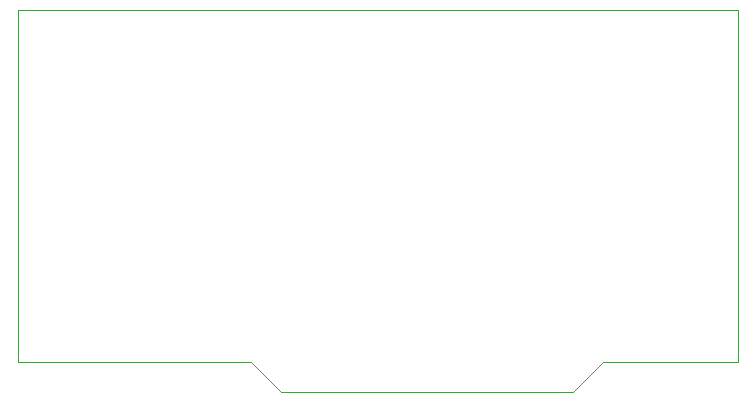
<source format=gm1>
G04 #@! TF.GenerationSoftware,KiCad,Pcbnew,(5.1.2)-1*
G04 #@! TF.CreationDate,2019-07-04T14:52:25+03:00*
G04 #@! TF.ProjectId,Elevator_FirePanel Board,456c6576-6174-46f7-925f-466972655061,rev?*
G04 #@! TF.SameCoordinates,Original*
G04 #@! TF.FileFunction,Profile,NP*
%FSLAX46Y46*%
G04 Gerber Fmt 4.6, Leading zero omitted, Abs format (unit mm)*
G04 Created by KiCad (PCBNEW (5.1.2)-1) date 2019-07-04 14:52:25*
%MOMM*%
%LPD*%
G04 APERTURE LIST*
%ADD10C,0.050000*%
G04 APERTURE END LIST*
D10*
X152273000Y-65786000D02*
X152273000Y-95631000D01*
X91313000Y-95631000D02*
X91313000Y-65786000D01*
X110998000Y-95631000D02*
X91313000Y-95631000D01*
X113538000Y-98171000D02*
X110998000Y-95631000D01*
X138303000Y-98171000D02*
X113538000Y-98171000D01*
X140843000Y-95631000D02*
X138303000Y-98171000D01*
X152273000Y-95631000D02*
X140843000Y-95631000D01*
X91313000Y-65786000D02*
X152273000Y-65786000D01*
M02*

</source>
